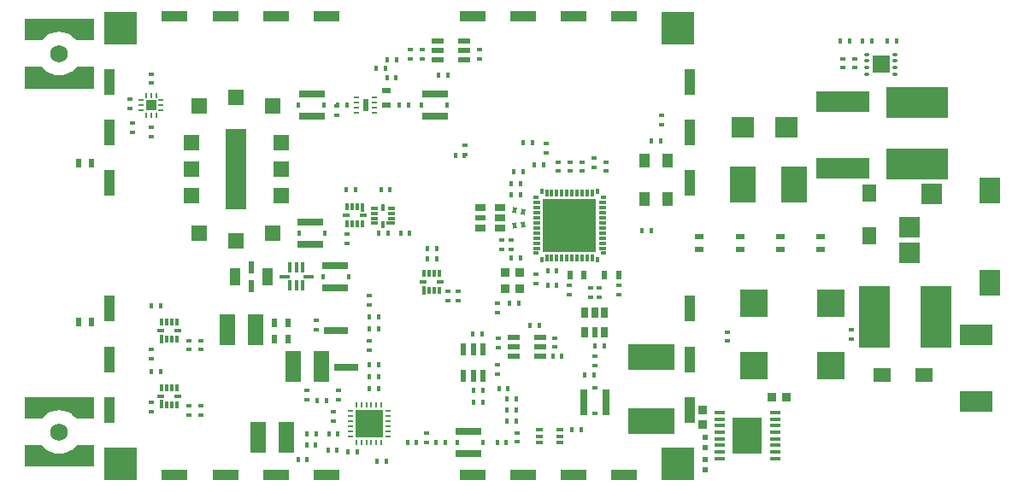
<source format=gtp>
%FSLAX25Y25*%
%MOIN*%
G70*
G01*
G75*
G04 Layer_Color=8421504*
%ADD10C,0.01102*%
%ADD11R,0.01969X0.01969*%
%ADD12C,0.06811*%
%ADD13R,0.02200X0.02200*%
%ADD14R,0.24016X0.12047*%
%ADD15R,0.04331X0.02559*%
%ADD16R,0.04331X0.02200*%
%ADD17R,0.02362X0.04724*%
%ADD18R,0.01882X0.01024*%
%ADD19R,0.06890X0.05709*%
%ADD20R,0.05709X0.06890*%
%ADD21R,0.20866X0.07874*%
%ADD22R,0.08858X0.08465*%
%ADD23R,0.03200X0.03800*%
%ADD24R,0.06000X0.12000*%
%ADD25R,0.18000X0.10000*%
%ADD26R,0.03800X0.03200*%
%ADD27R,0.02874X0.01181*%
%ADD28R,0.01181X0.02874*%
%ADD29R,0.01181X0.03268*%
%ADD30R,0.03268X0.01181*%
%ADD31R,0.12047X0.24016*%
%ADD32R,0.09685X0.03110*%
%ADD33R,0.13000X0.07874*%
%ADD34R,0.04803X0.02441*%
%ADD35R,0.01870X0.00984*%
%ADD36R,0.00984X0.01870*%
%ADD37R,0.04331X0.04331*%
%ADD38R,0.02559X0.04331*%
%ADD39R,0.02047X0.04331*%
%ADD40R,0.03937X0.01378*%
%ADD41R,0.01378X0.03937*%
%ADD42R,0.02402X0.04902*%
%ADD43R,0.04095X0.07087*%
%ADD44R,0.04331X0.05512*%
%ADD45R,0.02165X0.01181*%
%ADD46R,0.02953X0.01181*%
%ADD47R,0.01181X0.02165*%
%ADD48R,0.01181X0.02953*%
%ADD49R,0.20630X0.20630*%
%ADD50R,0.02079X0.01024*%
%ADD51R,0.01024X0.02079*%
%ADD52R,0.10630X0.10630*%
%ADD53R,0.04134X0.01772*%
%ADD54R,0.11575X0.14094*%
%ADD55R,0.06890X0.06890*%
%ADD56O,0.02362X0.01181*%
%ADD57R,0.10000X0.14000*%
%ADD58R,0.02441X0.04803*%
%ADD59R,0.10236X0.03937*%
%ADD60R,0.03937X0.10236*%
%ADD61R,0.12992X0.12992*%
%ADD62R,0.07874X0.09843*%
%ADD63R,0.07874X0.07874*%
%ADD64R,0.02756X0.02165*%
%ADD65R,0.10433X0.03150*%
%ADD66R,0.02165X0.02165*%
%ADD67R,0.02165X0.02756*%
%ADD68R,0.03150X0.10433*%
%ADD69R,0.02165X0.02165*%
%ADD70R,0.02756X0.01181*%
%ADD71R,0.02200X0.01575*%
%ADD72R,0.01575X0.02200*%
G04:AMPARAMS|DCode=73|XSize=22mil|YSize=15.75mil|CornerRadius=0mil|HoleSize=0mil|Usage=FLASHONLY|Rotation=83.000|XOffset=0mil|YOffset=0mil|HoleType=Round|Shape=Rectangle|*
%AMROTATEDRECTD73*
4,1,4,0.00648,-0.01188,-0.00916,-0.00996,-0.00648,0.01188,0.00916,0.00996,0.00648,-0.01188,0.0*
%
%ADD73ROTATEDRECTD73*%

G04:AMPARAMS|DCode=74|XSize=22mil|YSize=15.75mil|CornerRadius=0mil|HoleSize=0mil|Usage=FLASHONLY|Rotation=97.000|XOffset=0mil|YOffset=0mil|HoleType=Round|Shape=Rectangle|*
%AMROTATEDRECTD74*
4,1,4,0.00916,-0.00996,-0.00648,-0.01188,-0.00916,0.00996,0.00648,0.01188,0.00916,-0.00996,0.0*
%
%ADD74ROTATEDRECTD74*%

%ADD75R,0.01969X0.03543*%
%ADD76R,0.03543X0.01969*%
%ADD77R,0.01969X0.03347*%
%ADD78R,0.03347X0.01969*%
%ADD79R,0.06496X0.06496*%
%ADD80R,0.05906X0.05906*%
%ADD81R,0.05906X0.05906*%
%ADD82R,0.07874X0.31496*%
%ADD83C,0.01400*%
%ADD84C,0.01000*%
%ADD85C,0.07000*%
%ADD86C,0.02400*%
%ADD87C,0.01575*%
%ADD88C,0.01100*%
%ADD89C,0.07874*%
%ADD90C,0.02362*%
%ADD91C,0.09000*%
%ADD92C,0.02000*%
%ADD93C,0.02047*%
%ADD94C,0.01600*%
%ADD95C,0.01969*%
%ADD96C,0.01200*%
%ADD97C,0.05000*%
%ADD98C,0.03500*%
%ADD99C,0.02200*%
%ADD100C,0.00984*%
%ADD101R,0.12835X0.09900*%
%ADD102R,0.11900X0.24400*%
%ADD103R,0.10700X0.08011*%
%ADD104R,0.10800X0.14300*%
%ADD105R,0.14525X0.03200*%
%ADD106R,0.18522X0.03500*%
%ADD107R,0.00433X0.01700*%
%ADD108R,0.10800X0.20947*%
%ADD109R,0.12402X0.23701*%
%ADD110R,0.09900X0.12520*%
%ADD111R,0.13976X0.55984*%
%ADD112R,0.35039X0.34961*%
%ADD113C,0.06299*%
%ADD114R,0.06299X0.06299*%
%ADD115R,0.03937X0.03937*%
%ADD116C,0.03937*%
%ADD117R,0.03937X0.03937*%
%ADD118C,0.01400*%
%ADD119C,0.01200*%
%ADD120C,0.01800*%
%ADD121C,0.02000*%
%ADD122C,0.04000*%
%ADD123C,0.01969*%
%ADD124C,0.02598*%
%ADD125C,0.00787*%
%ADD126C,0.01000*%
%ADD127C,0.02500*%
%ADD128C,0.02362*%
%ADD129C,0.14961*%
%ADD130C,0.03000*%
%ADD131R,0.11900X0.14889*%
%ADD132C,0.06000*%
%ADD133R,0.01200X0.02200*%
%ADD134R,0.09843X0.05906*%
%ADD135R,0.05906X0.09843*%
%ADD136R,0.04921X0.01575*%
%ADD137R,0.04921X0.01575*%
%ADD138R,0.08661X0.05512*%
%ADD139R,0.26772X0.26772*%
%ADD140R,0.01378X0.03150*%
%ADD141R,0.03150X0.01378*%
%ADD142R,0.03543X0.01575*%
%ADD143R,0.01969X0.01969*%
%ADD144R,0.05118X0.03347*%
%ADD145C,0.00900*%
%ADD146C,0.02500*%
%ADD147R,0.01850X0.03340*%
%ADD148R,0.05908X0.03435*%
%ADD149R,0.09900X0.13110*%
%ADD150C,0.00394*%
%ADD151C,0.00827*%
%ADD152C,0.00800*%
%ADD153C,0.00787*%
%ADD154C,0.00315*%
%ADD155C,0.00591*%
%ADD156C,0.00787*%
%ADD157C,0.00394*%
%ADD158C,0.00400*%
%ADD159C,0.01378*%
%ADD160C,0.00600*%
%ADD161R,0.01181X0.02165*%
%ADD162R,0.01771X0.02165*%
%ADD163R,0.02165X0.01181*%
%ADD164R,0.02165X0.01771*%
G36*
X34393Y29749D02*
X27509D01*
X26823Y30584D01*
X26815Y30593D01*
X26806Y30603D01*
X26797Y30612D01*
X26788Y30621D01*
X26778Y30630D01*
X26769Y30638D01*
X25541Y31646D01*
X25530Y31654D01*
X25520Y31662D01*
X25509Y31669D01*
X25499Y31676D01*
X25487Y31683D01*
X25476Y31689D01*
X24075Y32438D01*
X24063Y32443D01*
X24052Y32450D01*
X24040Y32454D01*
X24028Y32460D01*
X24016Y32463D01*
X24003Y32468D01*
X22483Y32929D01*
X22470Y32932D01*
X22458Y32936D01*
X22445Y32938D01*
X22433Y32941D01*
X22420Y32942D01*
X22407Y32944D01*
X20826Y33100D01*
X20813Y33100D01*
X20800Y33102D01*
X20787Y33101D01*
X20775Y33102D01*
X20762Y33100D01*
X20749Y33100D01*
X19168Y32944D01*
X19155Y32942D01*
X19142Y32941D01*
X19129Y32938D01*
X19117Y32936D01*
X19104Y32932D01*
X19092Y32929D01*
X17571Y32468D01*
X17559Y32463D01*
X17547Y32460D01*
X17535Y32454D01*
X17523Y32450D01*
X17512Y32444D01*
X17500Y32438D01*
X16099Y31689D01*
X16088Y31683D01*
X16076Y31676D01*
X16066Y31669D01*
X16055Y31662D01*
X16045Y31654D01*
X16034Y31646D01*
X14806Y30638D01*
X14797Y30630D01*
X14787Y30621D01*
X14778Y30612D01*
X14768Y30603D01*
X14760Y30593D01*
X14751Y30584D01*
X14066Y29749D01*
X7182D01*
Y38208D01*
X34393D01*
Y29749D01*
D02*
G37*
G36*
Y10997D02*
X7182D01*
Y19456D01*
X14066D01*
X14751Y18621D01*
X14760Y18612D01*
X14768Y18602D01*
X14778Y18593D01*
X14787Y18583D01*
X14797Y18575D01*
X14806Y18566D01*
X16034Y17558D01*
X16045Y17551D01*
X16055Y17543D01*
X16066Y17536D01*
X16076Y17528D01*
X16088Y17522D01*
X16099Y17515D01*
X17500Y16767D01*
X17512Y16761D01*
X17523Y16755D01*
X17535Y16750D01*
X17547Y16745D01*
X17559Y16741D01*
X17571Y16737D01*
X19092Y16276D01*
X19104Y16273D01*
X19117Y16269D01*
X19129Y16267D01*
X19142Y16264D01*
X19155Y16263D01*
X19168Y16261D01*
X20749Y16105D01*
X20762Y16104D01*
X20775Y16103D01*
X20787Y16104D01*
X20800Y16103D01*
X20813Y16104D01*
X20826Y16105D01*
X22407Y16261D01*
X22420Y16263D01*
X22433Y16264D01*
X22445Y16267D01*
X22458Y16269D01*
X22470Y16273D01*
X22483Y16276D01*
X24003Y16737D01*
X24016Y16741D01*
X24028Y16745D01*
X24040Y16750D01*
X24052Y16755D01*
X24063Y16761D01*
X24075Y16767D01*
X25476Y17515D01*
X25487Y17522D01*
X25499Y17528D01*
X25509Y17536D01*
X25520Y17543D01*
X25530Y17551D01*
X25541Y17558D01*
X26769Y18566D01*
X26778Y18575D01*
X26788Y18583D01*
X26797Y18593D01*
X26806Y18602D01*
X26815Y18612D01*
X26823Y18621D01*
X27509Y19456D01*
X34393D01*
Y10997D01*
D02*
G37*
G36*
Y177387D02*
X27509D01*
X26823Y178221D01*
X26815Y178231D01*
X26806Y178241D01*
X26797Y178250D01*
X26788Y178259D01*
X26778Y178267D01*
X26769Y178276D01*
X25541Y179284D01*
X25530Y179292D01*
X25520Y179300D01*
X25509Y179307D01*
X25499Y179314D01*
X25487Y179320D01*
X25476Y179327D01*
X24075Y180076D01*
X24063Y180081D01*
X24052Y180087D01*
X24040Y180092D01*
X24028Y180097D01*
X24016Y180101D01*
X24003Y180106D01*
X22483Y180567D01*
X22470Y180570D01*
X22458Y180574D01*
X22445Y180576D01*
X22433Y180579D01*
X22420Y180580D01*
X22407Y180582D01*
X20826Y180738D01*
X20813Y180738D01*
X20800Y180739D01*
X20787Y180739D01*
X20775Y180739D01*
X20762Y180738D01*
X20749Y180738D01*
X19168Y180582D01*
X19155Y180580D01*
X19142Y180579D01*
X19129Y180576D01*
X19117Y180574D01*
X19104Y180570D01*
X19092Y180567D01*
X17571Y180106D01*
X17559Y180101D01*
X17547Y180097D01*
X17535Y180092D01*
X17523Y180087D01*
X17512Y180081D01*
X17500Y180076D01*
X16099Y179327D01*
X16088Y179320D01*
X16076Y179314D01*
X16066Y179307D01*
X16055Y179300D01*
X16045Y179292D01*
X16034Y179284D01*
X14806Y178276D01*
X14797Y178267D01*
X14787Y178259D01*
X14778Y178250D01*
X14768Y178241D01*
X14760Y178231D01*
X14751Y178221D01*
X14066Y177387D01*
X7182D01*
Y185846D01*
X34393D01*
Y177387D01*
D02*
G37*
G36*
Y158635D02*
X7182D01*
Y167094D01*
X14066D01*
X14751Y166259D01*
X14760Y166250D01*
X14768Y166239D01*
X14778Y166231D01*
X14787Y166221D01*
X14797Y166213D01*
X14806Y166204D01*
X16034Y165196D01*
X16045Y165189D01*
X16055Y165181D01*
X16066Y165174D01*
X16076Y165166D01*
X16088Y165160D01*
X16099Y165153D01*
X17500Y164404D01*
X17512Y164399D01*
X17523Y164393D01*
X17535Y164388D01*
X17547Y164383D01*
X17559Y164379D01*
X17571Y164375D01*
X19092Y163913D01*
X19104Y163910D01*
X19117Y163907D01*
X19129Y163905D01*
X19142Y163902D01*
X19155Y163900D01*
X19168Y163898D01*
X20749Y163743D01*
X20762Y163742D01*
X20775Y163741D01*
X20787Y163741D01*
X20800Y163741D01*
X20813Y163742D01*
X20826Y163743D01*
X22407Y163898D01*
X22420Y163900D01*
X22433Y163902D01*
X22445Y163905D01*
X22458Y163907D01*
X22470Y163910D01*
X22483Y163913D01*
X24003Y164375D01*
X24016Y164379D01*
X24028Y164383D01*
X24040Y164388D01*
X24052Y164393D01*
X24063Y164399D01*
X24075Y164404D01*
X25476Y165153D01*
X25487Y165160D01*
X25499Y165166D01*
X25509Y165174D01*
X25520Y165181D01*
X25530Y165189D01*
X25541Y165196D01*
X26769Y166204D01*
X26778Y166213D01*
X26788Y166221D01*
X26797Y166231D01*
X26806Y166239D01*
X26815Y166249D01*
X26823Y166259D01*
X27509Y167094D01*
X34393D01*
Y158635D01*
D02*
G37*
D11*
X20787Y36413D02*
D03*
Y12791D02*
D03*
Y160429D02*
D03*
Y184051D02*
D03*
D12*
Y24602D02*
D03*
Y172240D02*
D03*
D13*
X272516Y22548D02*
D03*
Y18348D02*
D03*
Y13948D02*
D03*
Y9748D02*
D03*
D14*
X355354Y129035D02*
D03*
Y153169D02*
D03*
D15*
X184961Y112047D02*
D03*
Y104173D02*
D03*
X192835D02*
D03*
Y108110D02*
D03*
Y112047D02*
D03*
D16*
X184961Y108110D02*
D03*
D17*
X140217Y152100D02*
D03*
D18*
X136815Y155053D02*
D03*
Y153084D02*
D03*
Y151116D02*
D03*
Y149147D02*
D03*
X143618Y149100D02*
D03*
Y151116D02*
D03*
Y153084D02*
D03*
Y155053D02*
D03*
D19*
X341535Y46732D02*
D03*
X358071D02*
D03*
D20*
X336535Y101299D02*
D03*
Y117835D02*
D03*
D21*
X326181Y153504D02*
D03*
Y127520D02*
D03*
D22*
X304213Y143622D02*
D03*
X287283D02*
D03*
D23*
X194716Y86873D02*
D03*
X200316D02*
D03*
X304222Y38161D02*
D03*
X298622D02*
D03*
X194716Y80573D02*
D03*
X200316D02*
D03*
D24*
X112022Y50261D02*
D03*
X123022D02*
D03*
X97222Y64361D02*
D03*
X86222D02*
D03*
X109322Y22461D02*
D03*
X98322D02*
D03*
D25*
X251522Y28661D02*
D03*
Y53661D02*
D03*
D26*
X271816Y27648D02*
D03*
Y33248D02*
D03*
D27*
X139369Y109161D02*
D03*
X132676D02*
D03*
X143576Y106008D02*
D03*
X150269Y107976D02*
D03*
X150269Y109945D02*
D03*
X150269Y111914D02*
D03*
X143576D02*
D03*
Y109945D02*
D03*
X143576Y107976D02*
D03*
X162676Y83061D02*
D03*
X169369D02*
D03*
X60267Y64068D02*
D03*
X66960D02*
D03*
X60267Y38525D02*
D03*
X66960D02*
D03*
D28*
X138975Y105814D02*
D03*
X137006Y112507D02*
D03*
X135038D02*
D03*
X133069Y112507D02*
D03*
Y105814D02*
D03*
X135038Y105814D02*
D03*
X137006D02*
D03*
X146922Y105614D02*
D03*
X146922Y112307D02*
D03*
X163069Y86407D02*
D03*
X165038Y79714D02*
D03*
X167006D02*
D03*
X168975D02*
D03*
Y86407D02*
D03*
X167006D02*
D03*
X165038D02*
D03*
X60661Y67414D02*
D03*
X62629Y60721D02*
D03*
X64598D02*
D03*
X66567D02*
D03*
Y67414D02*
D03*
X64598D02*
D03*
X62629D02*
D03*
X60661Y41871D02*
D03*
X62629Y35178D02*
D03*
X64598D02*
D03*
X66567D02*
D03*
Y41871D02*
D03*
X64598D02*
D03*
X62629D02*
D03*
D29*
X138975Y112310D02*
D03*
X163069Y79911D02*
D03*
X60661Y60918D02*
D03*
Y35375D02*
D03*
D30*
X150072Y106008D02*
D03*
D31*
X338642Y69528D02*
D03*
X362776D02*
D03*
D32*
X128708Y64076D02*
D03*
X132724Y49667D02*
D03*
D33*
X378408Y36397D02*
D03*
Y62381D02*
D03*
D34*
X178667Y169814D02*
D03*
Y173555D02*
D03*
Y177295D02*
D03*
X168352D02*
D03*
Y173555D02*
D03*
Y169814D02*
D03*
X197897Y61544D02*
D03*
Y57804D02*
D03*
Y54063D02*
D03*
X208212D02*
D03*
Y57804D02*
D03*
Y61544D02*
D03*
D35*
X52804Y154071D02*
D03*
X60381Y150134D02*
D03*
Y152103D02*
D03*
Y154071D02*
D03*
X52804Y152103D02*
D03*
Y150134D02*
D03*
D36*
X54625Y155890D02*
D03*
Y148316D02*
D03*
X56593D02*
D03*
X58562D02*
D03*
Y155890D02*
D03*
X56593D02*
D03*
D37*
Y152103D02*
D03*
D38*
X225619Y71310D02*
D03*
X229556D02*
D03*
X233493D02*
D03*
Y63436D02*
D03*
X225619D02*
D03*
D39*
X229556D02*
D03*
D40*
X117842Y85273D02*
D03*
X108590D02*
D03*
D41*
X115775Y81730D02*
D03*
X113216D02*
D03*
X110657D02*
D03*
Y88816D02*
D03*
X113216D02*
D03*
X115775D02*
D03*
D42*
X95589Y88936D02*
D03*
Y81633D02*
D03*
D43*
X89192Y85284D02*
D03*
X101987D02*
D03*
D44*
X248956Y115396D02*
D03*
X258012Y130357D02*
D03*
Y115396D02*
D03*
X248956Y130357D02*
D03*
D45*
X206527Y116000D02*
D03*
Y94346D02*
D03*
X232905D02*
D03*
Y116000D02*
D03*
D46*
X206921Y114032D02*
D03*
Y112063D02*
D03*
Y110094D02*
D03*
Y108126D02*
D03*
Y106157D02*
D03*
Y104189D02*
D03*
Y102220D02*
D03*
Y100252D02*
D03*
Y98283D02*
D03*
Y96315D02*
D03*
X232511D02*
D03*
Y98283D02*
D03*
Y100252D02*
D03*
Y102220D02*
D03*
Y104189D02*
D03*
Y106157D02*
D03*
Y108126D02*
D03*
Y110094D02*
D03*
Y112063D02*
D03*
Y114032D02*
D03*
D47*
X208889Y91984D02*
D03*
X230543D02*
D03*
Y118362D02*
D03*
X208889D02*
D03*
D48*
X210858Y92378D02*
D03*
X212826D02*
D03*
X214795D02*
D03*
X216763D02*
D03*
X218732D02*
D03*
X220700D02*
D03*
X222669D02*
D03*
X224637D02*
D03*
X226606D02*
D03*
X228574D02*
D03*
Y117968D02*
D03*
X226606D02*
D03*
X224637D02*
D03*
X222669D02*
D03*
X220700D02*
D03*
X218732D02*
D03*
X216763D02*
D03*
X214795D02*
D03*
X212826D02*
D03*
X210858D02*
D03*
D49*
X219716Y105173D02*
D03*
D50*
X148854Y22852D02*
D03*
Y32695D02*
D03*
Y30726D02*
D03*
Y28758D02*
D03*
Y26789D02*
D03*
Y24820D02*
D03*
X134177Y30726D02*
D03*
Y32695D02*
D03*
Y28758D02*
D03*
Y24820D02*
D03*
Y26789D02*
D03*
Y22852D02*
D03*
D51*
X144469Y35112D02*
D03*
X136595Y20435D02*
D03*
X140532Y35112D02*
D03*
X142500D02*
D03*
X146437D02*
D03*
Y20435D02*
D03*
X144469D02*
D03*
X142500D02*
D03*
X140532D02*
D03*
X138563D02*
D03*
X136595Y35112D02*
D03*
X138563D02*
D03*
D52*
X141516Y27773D02*
D03*
X291614Y74961D02*
D03*
Y50472D02*
D03*
X321614Y74961D02*
D03*
Y50472D02*
D03*
D53*
X278191Y29646D02*
D03*
Y27087D02*
D03*
Y24528D02*
D03*
Y21969D02*
D03*
Y19410D02*
D03*
Y14291D02*
D03*
X300041D02*
D03*
Y16851D02*
D03*
Y19410D02*
D03*
Y21969D02*
D03*
Y24528D02*
D03*
Y29646D02*
D03*
Y32205D02*
D03*
X278191D02*
D03*
X300041Y27087D02*
D03*
X278191Y16851D02*
D03*
D54*
X289116Y23248D02*
D03*
D55*
X341216Y168060D02*
D03*
D56*
X335704Y164221D02*
D03*
Y166780D02*
D03*
Y169340D02*
D03*
Y171899D02*
D03*
X346728D02*
D03*
Y169340D02*
D03*
Y166780D02*
D03*
Y164221D02*
D03*
D57*
X307205Y121181D02*
D03*
X287205D02*
D03*
D58*
X185918Y56897D02*
D03*
X182178D02*
D03*
X178438D02*
D03*
Y46582D02*
D03*
X182178D02*
D03*
X185918D02*
D03*
D59*
X65827Y7708D02*
D03*
X85512D02*
D03*
X65827Y186842D02*
D03*
X85512D02*
D03*
X221339D02*
D03*
X241024D02*
D03*
X181968Y7708D02*
D03*
X201654D02*
D03*
Y186842D02*
D03*
X105197D02*
D03*
Y7708D02*
D03*
X241024D02*
D03*
X181968Y186842D02*
D03*
X124882D02*
D03*
Y7708D02*
D03*
X221339D02*
D03*
D60*
X266614Y161251D02*
D03*
Y33298D02*
D03*
X40236D02*
D03*
Y161251D02*
D03*
Y141566D02*
D03*
Y52983D02*
D03*
X266614D02*
D03*
Y141566D02*
D03*
X40236Y72668D02*
D03*
Y121881D02*
D03*
X266614D02*
D03*
Y72668D02*
D03*
D61*
X262087Y182314D02*
D03*
Y12235D02*
D03*
X44764D02*
D03*
Y182314D02*
D03*
D62*
X383543Y118671D02*
D03*
Y82845D02*
D03*
D63*
X360906Y117490D02*
D03*
X352244Y104496D02*
D03*
Y94653D02*
D03*
D65*
X119500Y147769D02*
D03*
Y156431D02*
D03*
X167490Y147769D02*
D03*
Y156431D02*
D03*
X180500Y24746D02*
D03*
Y16084D02*
D03*
X128200Y89604D02*
D03*
Y80942D02*
D03*
X118700Y106392D02*
D03*
Y97731D02*
D03*
D68*
X225228Y36300D02*
D03*
X233889D02*
D03*
D70*
X207979Y20414D02*
D03*
Y22973D02*
D03*
Y25532D02*
D03*
X215853D02*
D03*
Y22973D02*
D03*
Y20414D02*
D03*
D71*
X196900Y99469D02*
D03*
Y95891D02*
D03*
X117422Y37172D02*
D03*
Y40750D02*
D03*
X129822Y37172D02*
D03*
Y40750D02*
D03*
X121116Y64484D02*
D03*
Y68062D02*
D03*
X191955Y61179D02*
D03*
Y57601D02*
D03*
X176500Y79439D02*
D03*
Y75861D02*
D03*
X76108Y60311D02*
D03*
Y56733D02*
D03*
X76087Y34892D02*
D03*
Y31313D02*
D03*
X231232Y80762D02*
D03*
Y77184D02*
D03*
X219816Y81750D02*
D03*
Y78172D02*
D03*
X227900Y80762D02*
D03*
Y77184D02*
D03*
X238900Y78211D02*
D03*
Y81789D02*
D03*
X234016Y126384D02*
D03*
Y129962D02*
D03*
X229316Y127784D02*
D03*
Y131362D02*
D03*
X224616Y126384D02*
D03*
Y129962D02*
D03*
X206816Y86162D02*
D03*
Y82584D02*
D03*
X219916Y126384D02*
D03*
Y129962D02*
D03*
X215216Y126384D02*
D03*
Y129962D02*
D03*
X193180Y99469D02*
D03*
Y95891D02*
D03*
X281339Y63600D02*
D03*
Y60022D02*
D03*
X329606Y64348D02*
D03*
Y60770D02*
D03*
X141516Y77862D02*
D03*
Y74284D02*
D03*
X330916Y166684D02*
D03*
Y170262D02*
D03*
X184610Y170166D02*
D03*
Y173743D02*
D03*
X162410D02*
D03*
Y170166D02*
D03*
X129078Y148214D02*
D03*
Y151792D02*
D03*
X179061Y132844D02*
D03*
Y136422D02*
D03*
X48322Y150972D02*
D03*
Y154550D02*
D03*
X49322Y145150D02*
D03*
Y141572D02*
D03*
X191778Y50828D02*
D03*
Y47250D02*
D03*
X172350Y79439D02*
D03*
Y75861D02*
D03*
X56584Y160662D02*
D03*
Y164240D02*
D03*
X56599Y139779D02*
D03*
Y143358D02*
D03*
Y36178D02*
D03*
Y32600D02*
D03*
X71408Y60311D02*
D03*
Y56733D02*
D03*
X71387Y34892D02*
D03*
Y31313D02*
D03*
X199216Y20676D02*
D03*
Y24252D02*
D03*
X141516Y56486D02*
D03*
Y60062D02*
D03*
X164000Y24197D02*
D03*
Y20621D02*
D03*
X133022Y98174D02*
D03*
Y101750D02*
D03*
X56599Y56841D02*
D03*
Y53265D02*
D03*
X229558Y54180D02*
D03*
Y50604D02*
D03*
X210616Y137160D02*
D03*
Y133584D02*
D03*
X326216Y170260D02*
D03*
Y166684D02*
D03*
X157610Y170168D02*
D03*
Y173743D02*
D03*
X214155Y57701D02*
D03*
Y61279D02*
D03*
X255778Y148076D02*
D03*
Y144500D02*
D03*
X191722Y71174D02*
D03*
Y74750D02*
D03*
X127622Y28772D02*
D03*
Y32350D02*
D03*
D72*
X198910Y37500D02*
D03*
X195332D02*
D03*
Y28700D02*
D03*
X198910D02*
D03*
X195105Y20423D02*
D03*
X191527D02*
D03*
X224189Y25532D02*
D03*
X220611D02*
D03*
X125511Y17350D02*
D03*
X129089D02*
D03*
X136889Y16800D02*
D03*
X133311D02*
D03*
X148311Y13161D02*
D03*
X144733D02*
D03*
X145305Y41561D02*
D03*
X141727D02*
D03*
X145305Y46286D02*
D03*
X141727D02*
D03*
X145305Y50986D02*
D03*
X141727D02*
D03*
X145305Y64773D02*
D03*
X141727D02*
D03*
X145305Y69373D02*
D03*
X141727D02*
D03*
X160105Y20415D02*
D03*
X156527D02*
D03*
X204311Y66000D02*
D03*
X207889D02*
D03*
X136411Y119261D02*
D03*
X132833D02*
D03*
X255373Y138177D02*
D03*
X251795D02*
D03*
X251689Y103050D02*
D03*
X248111D02*
D03*
X185567Y62739D02*
D03*
X181989D02*
D03*
X211211Y87500D02*
D03*
X214789D02*
D03*
X211233Y81861D02*
D03*
X214811D02*
D03*
X201539Y126300D02*
D03*
X197961D02*
D03*
X205389Y137473D02*
D03*
X201811D02*
D03*
X209705Y128705D02*
D03*
X206127D02*
D03*
X200705Y121373D02*
D03*
X197127D02*
D03*
X200689Y117100D02*
D03*
X197111D02*
D03*
X148511Y162800D02*
D03*
X152089D02*
D03*
X147989Y166500D02*
D03*
X144411D02*
D03*
X129394Y152100D02*
D03*
X132973D02*
D03*
X153300D02*
D03*
X156878D02*
D03*
X198910Y33100D02*
D03*
X195332D02*
D03*
X167827Y20415D02*
D03*
X171405D02*
D03*
X334127Y177273D02*
D03*
X337705D02*
D03*
X347205D02*
D03*
X343627D02*
D03*
X172249Y163754D02*
D03*
X168671D02*
D03*
X148859Y102061D02*
D03*
X145281D02*
D03*
X182289Y40839D02*
D03*
X185867D02*
D03*
X146233Y119261D02*
D03*
X149811D02*
D03*
X56810Y73911D02*
D03*
X60387D02*
D03*
X56810Y48199D02*
D03*
X60387D02*
D03*
X196435Y74761D02*
D03*
X200011D02*
D03*
X167909Y96161D02*
D03*
X164333D02*
D03*
X229767Y58137D02*
D03*
X233343D02*
D03*
X229337Y46747D02*
D03*
X225761D02*
D03*
X117263Y23850D02*
D03*
X120839D02*
D03*
X121335Y36861D02*
D03*
X124911D02*
D03*
X113913Y13950D02*
D03*
X117489D02*
D03*
X153843Y102047D02*
D03*
X157419D02*
D03*
X185865Y36139D02*
D03*
X182289D02*
D03*
X216787Y54000D02*
D03*
X213211D02*
D03*
X167909Y92000D02*
D03*
X164333D02*
D03*
X117213Y19550D02*
D03*
X120789D02*
D03*
X200705Y92373D02*
D03*
X197127D02*
D03*
X328909Y177261D02*
D03*
X325333D02*
D03*
X152409Y169861D02*
D03*
X148833D02*
D03*
X192191Y41539D02*
D03*
X195767D02*
D03*
X178769Y132510D02*
D03*
X175191D02*
D03*
X129505Y23873D02*
D03*
X125927D02*
D03*
D73*
X198224Y111084D02*
D03*
X201776Y110648D02*
D03*
D74*
X198224Y105136D02*
D03*
X201776Y105572D02*
D03*
D75*
X238966Y85873D02*
D03*
X233366D02*
D03*
X110116Y67273D02*
D03*
X104516D02*
D03*
X110116Y60973D02*
D03*
X104516D02*
D03*
X225466Y85873D02*
D03*
X219866D02*
D03*
D76*
X148234Y152102D02*
D03*
Y157702D02*
D03*
D77*
X28352Y67381D02*
D03*
X33470D02*
D03*
X28352Y129461D02*
D03*
X33470D02*
D03*
D78*
X301962Y100784D02*
D03*
Y95666D02*
D03*
X286214Y95862D02*
D03*
Y100980D02*
D03*
X270466Y95862D02*
D03*
Y100980D02*
D03*
X317710Y100980D02*
D03*
Y95862D02*
D03*
D79*
X75470Y102317D02*
D03*
X103974D02*
D03*
X75470Y151805D02*
D03*
X103974D02*
D03*
D80*
X72202Y137454D02*
D03*
Y116667D02*
D03*
X107242D02*
D03*
Y137454D02*
D03*
Y127061D02*
D03*
X72202D02*
D03*
D81*
X89722Y99069D02*
D03*
Y155053D02*
D03*
D82*
Y127061D02*
D03*
D161*
X113990Y152100D02*
D03*
X161980D02*
D03*
X186012Y20415D02*
D03*
X133712Y85272D02*
D03*
X124212Y102060D02*
D03*
D162*
X123929Y152100D02*
D03*
X171919D02*
D03*
X176070Y20415D02*
D03*
X123771Y85273D02*
D03*
X114271Y102061D02*
D03*
D163*
X229558Y41812D02*
D03*
D164*
X229558Y31871D02*
D03*
M02*

</source>
